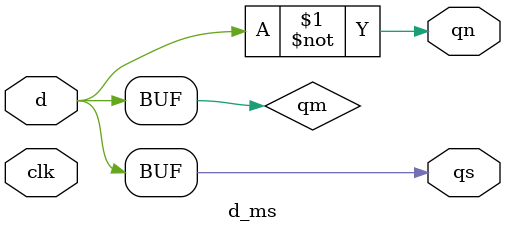
<source format=v>
module d_ms(
  input d,clk,
  output qs,qn
);
  wire qm;
  not(clk,~clk);
  assign qm=d;
  assign qs=qm;
  assign qn = ~qs;
endmodule

</source>
